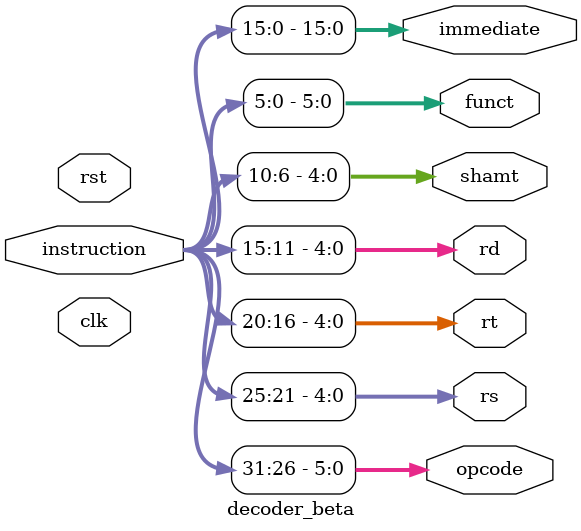
<source format=sv>
`timescale 1ns / 1ps
`include "common.vh"

module decoder_beta(
        input                       clk,
        input                       rst,

        input [31:0]                instruction,

        output logic [5:0]          opcode,
        output logic [4:0]          rs,
        output logic [4:0]          rt,
        output logic [4:0]          rd,
        output logic [4:0]          shamt,
        output logic [5:0]          funct,
        output logic [15:0]         immediate
);

    assign opcode = instruction[31:26];
    assign rs = instruction[25:21];
    assign rt = instruction[20:16];
    assign rd = instruction[15:11];
    assign shamt = instruction[10:6];
    assign funct = instruction[5:0];
    assign immediate = instruction[15:0];
    
endmodule

</source>
